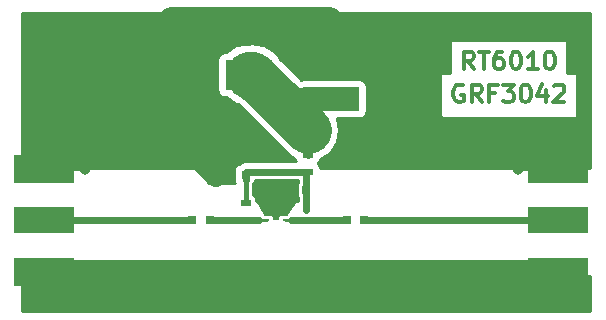
<source format=gbr>
G04 #@! TF.GenerationSoftware,KiCad,Pcbnew,5.0.2-bee76a0~70~ubuntu18.04.1*
G04 #@! TF.CreationDate,2020-04-16T21:46:49+02:00*
G04 #@! TF.ProjectId,lo_amp,6c6f5f61-6d70-42e6-9b69-6361645f7063,rev?*
G04 #@! TF.SameCoordinates,PX60e4b00PY7f2c270*
G04 #@! TF.FileFunction,Copper,L1,Top*
G04 #@! TF.FilePolarity,Positive*
%FSLAX46Y46*%
G04 Gerber Fmt 4.6, Leading zero omitted, Abs format (unit mm)*
G04 Created by KiCad (PCBNEW 5.0.2-bee76a0~70~ubuntu18.04.1) date tor 16 apr 2020 21:46:49*
%MOMM*%
%LPD*%
G01*
G04 APERTURE LIST*
G04 #@! TA.AperFunction,NonConductor*
%ADD10C,0.300000*%
G04 #@! TD*
G04 #@! TA.AperFunction,SMDPad,CuDef*
%ADD11R,0.800000X0.750000*%
G04 #@! TD*
G04 #@! TA.AperFunction,SMDPad,CuDef*
%ADD12R,4.000000X2.500000*%
G04 #@! TD*
G04 #@! TA.AperFunction,Conductor*
%ADD13R,0.890000X0.460000*%
G04 #@! TD*
G04 #@! TA.AperFunction,ViaPad*
%ADD14C,0.970000*%
G04 #@! TD*
G04 #@! TA.AperFunction,SMDPad,CuDef*
%ADD15R,5.080000X2.420000*%
G04 #@! TD*
G04 #@! TA.AperFunction,SMDPad,CuDef*
%ADD16R,5.080000X2.290000*%
G04 #@! TD*
G04 #@! TA.AperFunction,ComponentPad*
%ADD17O,2.600000X2.000000*%
G04 #@! TD*
G04 #@! TA.AperFunction,ComponentPad*
%ADD18R,2.600000X2.000000*%
G04 #@! TD*
G04 #@! TA.AperFunction,SMDPad,CuDef*
%ADD19R,0.600000X0.400000*%
G04 #@! TD*
G04 #@! TA.AperFunction,SMDPad,CuDef*
%ADD20R,0.900000X0.500000*%
G04 #@! TD*
G04 #@! TA.AperFunction,SMDPad,CuDef*
%ADD21R,0.600000X1.100000*%
G04 #@! TD*
G04 #@! TA.AperFunction,SMDPad,CuDef*
%ADD22R,0.400000X0.200000*%
G04 #@! TD*
G04 #@! TA.AperFunction,ViaPad*
%ADD23C,0.800000*%
G04 #@! TD*
G04 #@! TA.AperFunction,Conductor*
%ADD24C,0.600000*%
G04 #@! TD*
G04 #@! TA.AperFunction,Conductor*
%ADD25C,0.250000*%
G04 #@! TD*
G04 #@! TA.AperFunction,Conductor*
%ADD26C,4.000000*%
G04 #@! TD*
G04 #@! TA.AperFunction,Conductor*
%ADD27C,2.000000*%
G04 #@! TD*
G04 #@! TA.AperFunction,Conductor*
%ADD28C,0.400000*%
G04 #@! TD*
G04 #@! TA.AperFunction,Conductor*
%ADD29C,0.254000*%
G04 #@! TD*
G04 APERTURE END LIST*
D10*
X38052857Y19800000D02*
X37910000Y19871429D01*
X37695714Y19871429D01*
X37481428Y19800000D01*
X37338571Y19657143D01*
X37267142Y19514286D01*
X37195714Y19228572D01*
X37195714Y19014286D01*
X37267142Y18728572D01*
X37338571Y18585715D01*
X37481428Y18442858D01*
X37695714Y18371429D01*
X37838571Y18371429D01*
X38052857Y18442858D01*
X38124285Y18514286D01*
X38124285Y19014286D01*
X37838571Y19014286D01*
X39624285Y18371429D02*
X39124285Y19085715D01*
X38767142Y18371429D02*
X38767142Y19871429D01*
X39338571Y19871429D01*
X39481428Y19800000D01*
X39552857Y19728572D01*
X39624285Y19585715D01*
X39624285Y19371429D01*
X39552857Y19228572D01*
X39481428Y19157143D01*
X39338571Y19085715D01*
X38767142Y19085715D01*
X40767142Y19157143D02*
X40267142Y19157143D01*
X40267142Y18371429D02*
X40267142Y19871429D01*
X40981428Y19871429D01*
X41410000Y19871429D02*
X42338571Y19871429D01*
X41838571Y19300000D01*
X42052857Y19300000D01*
X42195714Y19228572D01*
X42267142Y19157143D01*
X42338571Y19014286D01*
X42338571Y18657143D01*
X42267142Y18514286D01*
X42195714Y18442858D01*
X42052857Y18371429D01*
X41624285Y18371429D01*
X41481428Y18442858D01*
X41410000Y18514286D01*
X43267142Y19871429D02*
X43410000Y19871429D01*
X43552857Y19800000D01*
X43624285Y19728572D01*
X43695714Y19585715D01*
X43767142Y19300000D01*
X43767142Y18942858D01*
X43695714Y18657143D01*
X43624285Y18514286D01*
X43552857Y18442858D01*
X43410000Y18371429D01*
X43267142Y18371429D01*
X43124285Y18442858D01*
X43052857Y18514286D01*
X42981428Y18657143D01*
X42910000Y18942858D01*
X42910000Y19300000D01*
X42981428Y19585715D01*
X43052857Y19728572D01*
X43124285Y19800000D01*
X43267142Y19871429D01*
X45052857Y19371429D02*
X45052857Y18371429D01*
X44695714Y19942858D02*
X44338571Y18871429D01*
X45267142Y18871429D01*
X45767142Y19728572D02*
X45838571Y19800000D01*
X45981428Y19871429D01*
X46338571Y19871429D01*
X46481428Y19800000D01*
X46552857Y19728572D01*
X46624285Y19585715D01*
X46624285Y19442858D01*
X46552857Y19228572D01*
X45695714Y18371429D01*
X46624285Y18371429D01*
X38945714Y21165429D02*
X38445714Y21879715D01*
X38088571Y21165429D02*
X38088571Y22665429D01*
X38660000Y22665429D01*
X38802857Y22594000D01*
X38874285Y22522572D01*
X38945714Y22379715D01*
X38945714Y22165429D01*
X38874285Y22022572D01*
X38802857Y21951143D01*
X38660000Y21879715D01*
X38088571Y21879715D01*
X39374285Y22665429D02*
X40231428Y22665429D01*
X39802857Y21165429D02*
X39802857Y22665429D01*
X41374285Y22665429D02*
X41088571Y22665429D01*
X40945714Y22594000D01*
X40874285Y22522572D01*
X40731428Y22308286D01*
X40660000Y22022572D01*
X40660000Y21451143D01*
X40731428Y21308286D01*
X40802857Y21236858D01*
X40945714Y21165429D01*
X41231428Y21165429D01*
X41374285Y21236858D01*
X41445714Y21308286D01*
X41517142Y21451143D01*
X41517142Y21808286D01*
X41445714Y21951143D01*
X41374285Y22022572D01*
X41231428Y22094000D01*
X40945714Y22094000D01*
X40802857Y22022572D01*
X40731428Y21951143D01*
X40660000Y21808286D01*
X42445714Y22665429D02*
X42588571Y22665429D01*
X42731428Y22594000D01*
X42802857Y22522572D01*
X42874285Y22379715D01*
X42945714Y22094000D01*
X42945714Y21736858D01*
X42874285Y21451143D01*
X42802857Y21308286D01*
X42731428Y21236858D01*
X42588571Y21165429D01*
X42445714Y21165429D01*
X42302857Y21236858D01*
X42231428Y21308286D01*
X42160000Y21451143D01*
X42088571Y21736858D01*
X42088571Y22094000D01*
X42160000Y22379715D01*
X42231428Y22522572D01*
X42302857Y22594000D01*
X42445714Y22665429D01*
X44374285Y21165429D02*
X43517142Y21165429D01*
X43945714Y21165429D02*
X43945714Y22665429D01*
X43802857Y22451143D01*
X43660000Y22308286D01*
X43517142Y22236858D01*
X45302857Y22665429D02*
X45445714Y22665429D01*
X45588571Y22594000D01*
X45660000Y22522572D01*
X45731428Y22379715D01*
X45802857Y22094000D01*
X45802857Y21736858D01*
X45731428Y21451143D01*
X45660000Y21308286D01*
X45588571Y21236858D01*
X45445714Y21165429D01*
X45302857Y21165429D01*
X45160000Y21236858D01*
X45088571Y21308286D01*
X45017142Y21451143D01*
X44945714Y21736858D01*
X44945714Y22094000D01*
X45017142Y22379715D01*
X45088571Y22522572D01*
X45160000Y22594000D01*
X45302857Y22665429D01*
D11*
G04 #@! TO.P,C1,1*
G04 #@! TO.N,Net-(C1-Pad1)*
X16613000Y8382000D03*
G04 #@! TO.P,C1,2*
G04 #@! TO.N,Net-(C1-Pad2)*
X15113000Y8382000D03*
G04 #@! TD*
D12*
G04 #@! TO.P,C2,2*
G04 #@! TO.N,Net-(C2-Pad2)*
X19875000Y20701000D03*
G04 #@! TO.P,C2,1*
G04 #@! TO.N,GND*
X11875000Y20701000D03*
G04 #@! TD*
D11*
G04 #@! TO.P,C3,1*
G04 #@! TO.N,GND*
X23265000Y10922000D03*
G04 #@! TO.P,C3,2*
G04 #@! TO.N,Net-(C3-Pad2)*
X24765000Y10922000D03*
G04 #@! TD*
G04 #@! TO.P,C4,2*
G04 #@! TO.N,Net-(C4-Pad2)*
X28194000Y8382000D03*
G04 #@! TO.P,C4,1*
G04 #@! TO.N,Net-(C4-Pad1)*
X29694000Y8382000D03*
G04 #@! TD*
D13*
G04 #@! TO.N,GND*
G04 #@! TO.C,J1*
X5588000Y4002000D03*
X5588000Y12762000D03*
D14*
X6038000Y4002000D03*
X6038000Y12762000D03*
D15*
G04 #@! TD*
G04 #@! TO.P,J1,2*
G04 #@! TO.N,GND*
X2598000Y4002000D03*
G04 #@! TO.P,J1,2*
G04 #@! TO.N,GND*
X2598000Y12762000D03*
D16*
G04 #@! TO.P,J1,1*
G04 #@! TO.N,Net-(C1-Pad2)*
X2598000Y8382000D03*
G04 #@! TD*
D17*
G04 #@! TO.P,J2,2*
G04 #@! TO.N,GND*
X27940000Y21209000D03*
D18*
G04 #@! TO.P,J2,1*
G04 #@! TO.N,Net-(C2-Pad2)*
X27940000Y18669000D03*
G04 #@! TD*
D19*
G04 #@! TO.P,L1,2*
G04 #@! TO.N,Net-(C4-Pad2)*
X24765000Y8382000D03*
G04 #@! TO.P,L1,1*
G04 #@! TO.N,Net-(C3-Pad2)*
X24765000Y9282000D03*
G04 #@! TD*
D20*
G04 #@! TO.P,R1,1*
G04 #@! TO.N,Net-(C3-Pad2)*
X19685000Y9882000D03*
G04 #@! TO.P,R1,2*
G04 #@! TO.N,Net-(C1-Pad1)*
X19685000Y8382000D03*
G04 #@! TD*
G04 #@! TO.P,R2,2*
G04 #@! TO.N,Net-(C3-Pad2)*
X24892000Y12446000D03*
G04 #@! TO.P,R2,1*
G04 #@! TO.N,Net-(C2-Pad2)*
X24892000Y13946000D03*
G04 #@! TD*
D13*
G04 #@! TO.N,GND*
G04 #@! TO.C,J3*
X43111000Y12762000D03*
X43111000Y4002000D03*
D14*
X42661000Y12762000D03*
X42661000Y4002000D03*
D15*
G04 #@! TD*
G04 #@! TO.P,J3,2*
G04 #@! TO.N,GND*
X46101000Y12762000D03*
G04 #@! TO.P,J3,2*
G04 #@! TO.N,GND*
X46101000Y4002000D03*
D16*
G04 #@! TO.P,J3,1*
G04 #@! TO.N,Net-(C4-Pad1)*
X46101000Y8382000D03*
G04 #@! TD*
D21*
G04 #@! TO.P,U1,7*
G04 #@! TO.N,GND*
X22225000Y8890000D03*
D22*
G04 #@! TO.P,U1,6*
X22975000Y9390000D03*
G04 #@! TO.P,U1,5*
X22975000Y8890000D03*
G04 #@! TO.P,U1,4*
G04 #@! TO.N,Net-(C4-Pad2)*
X22975000Y8390000D03*
G04 #@! TO.P,U1,3*
G04 #@! TO.N,Net-(C1-Pad1)*
X21475000Y8390000D03*
G04 #@! TO.P,U1,2*
G04 #@! TO.N,GND*
X21475000Y8890000D03*
G04 #@! TO.P,U1,1*
X21475000Y9390000D03*
G04 #@! TD*
D11*
G04 #@! TO.P,C5,1*
G04 #@! TO.N,Net-(C3-Pad2)*
X19685000Y12192000D03*
G04 #@! TO.P,C5,2*
G04 #@! TO.N,GND*
X18185000Y12192000D03*
G04 #@! TD*
D23*
G04 #@! TO.N,GND*
X11875000Y20701000D03*
X22225000Y8890000D03*
X18185000Y12192000D03*
X23265000Y10922000D03*
G04 #@! TD*
D24*
G04 #@! TO.N,Net-(C1-Pad1)*
X19685000Y8382000D02*
X20782998Y8382000D01*
D25*
X21320000Y8382000D02*
X20782998Y8382000D01*
X21328000Y8390000D02*
X21320000Y8382000D01*
X21475000Y8390000D02*
X21328000Y8390000D01*
D24*
X19685000Y8382000D02*
X16613000Y8382000D01*
G04 #@! TO.N,Net-(C1-Pad2)*
X14113000Y8382000D02*
X2598000Y8382000D01*
X15113000Y8382000D02*
X14113000Y8382000D01*
D26*
G04 #@! TO.N,Net-(C2-Pad2)*
X19875000Y20701000D02*
X20193000Y20701000D01*
D24*
X24892000Y13946000D02*
X24892000Y16002000D01*
D27*
X24005000Y18034000D02*
X22860000Y18034000D01*
X27940000Y18669000D02*
X24640000Y18669000D01*
D26*
X20193000Y20701000D02*
X22860000Y18034000D01*
D27*
X24640000Y18669000D02*
X24005000Y18034000D01*
D26*
X22860000Y18034000D02*
X24892000Y16002000D01*
D25*
G04 #@! TO.N,GND*
X22975000Y8890000D02*
X22975000Y9390000D01*
X21475000Y8890000D02*
X21475000Y9390000D01*
X21475000Y9390000D02*
X21725000Y9390000D01*
X21475000Y8890000D02*
X22225000Y8890000D01*
X22975000Y8890000D02*
X22225000Y8890000D01*
X22975000Y9390000D02*
X21725000Y9390000D01*
D24*
X22265000Y10922000D02*
X23265000Y10922000D01*
X22225000Y10882000D02*
X22265000Y10922000D01*
X22225000Y8890000D02*
X22225000Y10882000D01*
D27*
X13324000Y25400000D02*
X11875000Y23951000D01*
X26749000Y25400000D02*
X13324000Y25400000D01*
X11875000Y23951000D02*
X11875000Y20701000D01*
X27940000Y24209000D02*
X26749000Y25400000D01*
X27940000Y21209000D02*
X27940000Y24209000D01*
X41561000Y4002000D02*
X2598000Y4002000D01*
X46101000Y4002000D02*
X41561000Y4002000D01*
X3936000Y12762000D02*
X11875000Y20701000D01*
X2598000Y12762000D02*
X3936000Y12762000D01*
X11875000Y17451000D02*
X17134000Y12192000D01*
X11875000Y20701000D02*
X11875000Y17451000D01*
D28*
X17134000Y12192000D02*
X18185000Y12192000D01*
X6038000Y4002000D02*
X8770000Y1270000D01*
X39929000Y1270000D02*
X42661000Y4002000D01*
X8770000Y1270000D02*
X39929000Y1270000D01*
D27*
X46101000Y12762000D02*
X46101000Y13589000D01*
X46101000Y13589000D02*
X44450000Y15240000D01*
X44450000Y15240000D02*
X36830000Y15240000D01*
X36830000Y15240000D02*
X33020000Y19050000D01*
X33020000Y19050000D02*
X33020000Y20320000D01*
X32131000Y21209000D02*
X27940000Y21209000D01*
X33020000Y20320000D02*
X32131000Y21209000D01*
D28*
G04 #@! TO.N,Net-(C3-Pad2)*
X19685000Y9882000D02*
X19685000Y10532000D01*
X19685000Y10532000D02*
X19685000Y11811000D01*
D24*
X19685000Y11811000D02*
X19685000Y12446000D01*
X19685000Y12446000D02*
X24892000Y12446000D01*
X24765000Y9282000D02*
X24765000Y10922000D01*
X24765000Y12319000D02*
X24892000Y12446000D01*
X24765000Y10922000D02*
X24765000Y12319000D01*
G04 #@! TO.N,Net-(C4-Pad2)*
X24765000Y8382000D02*
X23865000Y8382000D01*
X23865000Y8382000D02*
X23495000Y8382000D01*
X24765000Y8382000D02*
X28194000Y8382000D01*
D25*
X23487000Y8390000D02*
X23495000Y8382000D01*
X22975000Y8390000D02*
X23487000Y8390000D01*
D24*
G04 #@! TO.N,Net-(C4-Pad1)*
X30694000Y8382000D02*
X46101000Y8382000D01*
X29694000Y8382000D02*
X30694000Y8382000D01*
G04 #@! TD*
D29*
G04 #@! TO.N,GND*
G36*
X48820000Y12827000D02*
X25963383Y12827000D01*
X25940157Y12943765D01*
X25799809Y13153809D01*
X25736666Y13196000D01*
X25799809Y13238191D01*
X25940157Y13448235D01*
X25959664Y13546304D01*
X26791728Y14102272D01*
X27374115Y14973875D01*
X27578622Y16002000D01*
X27375819Y17021560D01*
X29240000Y17021560D01*
X29487765Y17070843D01*
X29697809Y17211191D01*
X29838157Y17421235D01*
X29887440Y17669000D01*
X29887440Y19669000D01*
X29838157Y19916765D01*
X29697809Y20126809D01*
X29487765Y20267157D01*
X29240000Y20316440D01*
X26640000Y20316440D01*
X26577459Y20304000D01*
X24801031Y20304000D01*
X24640000Y20336031D01*
X24478969Y20304000D01*
X24343416Y20277037D01*
X23780453Y20840000D01*
X36125000Y20840000D01*
X36125000Y17020000D01*
X47695000Y17020000D01*
X47695000Y20840000D01*
X46873572Y20840000D01*
X46873572Y23634000D01*
X36946429Y23634000D01*
X36946429Y20840000D01*
X36125000Y20840000D01*
X23780453Y20840000D01*
X22485937Y22134515D01*
X22473157Y22198765D01*
X22332809Y22408809D01*
X22130756Y22543818D01*
X22092729Y22600729D01*
X21221126Y23183115D01*
X20452521Y23336000D01*
X20193000Y23387622D01*
X19933479Y23336000D01*
X19615479Y23336000D01*
X18846874Y23183115D01*
X17975271Y22600729D01*
X17973742Y22598440D01*
X17875000Y22598440D01*
X17627235Y22549157D01*
X17417191Y22408809D01*
X17276843Y22198765D01*
X17227560Y21951000D01*
X17227560Y20897981D01*
X17188378Y20701000D01*
X17227560Y20504019D01*
X17227560Y19451000D01*
X17276843Y19203235D01*
X17417191Y18993191D01*
X17627235Y18852843D01*
X17875000Y18803560D01*
X17973742Y18803560D01*
X17975271Y18801271D01*
X18846874Y18218885D01*
X18973937Y18193611D01*
X21180282Y15987265D01*
X21180285Y15987263D01*
X23212282Y13955265D01*
X23824336Y13546303D01*
X23843843Y13448235D01*
X23888768Y13381000D01*
X19777086Y13381000D01*
X19685000Y13399317D01*
X19592914Y13381000D01*
X19320181Y13326750D01*
X19095763Y13176799D01*
X19037235Y13165157D01*
X18827191Y13024809D01*
X18686843Y12814765D01*
X18637560Y12567000D01*
X18637560Y11817000D01*
X18686843Y11569235D01*
X18695018Y11557000D01*
X16562606Y11557000D01*
X15329803Y12789803D01*
X15288601Y12817333D01*
X15240000Y12827000D01*
X710000Y12827000D01*
X710000Y25960000D01*
X48820001Y25960000D01*
X48820000Y12827000D01*
X48820000Y12827000D01*
G37*
X48820000Y12827000D02*
X25963383Y12827000D01*
X25940157Y12943765D01*
X25799809Y13153809D01*
X25736666Y13196000D01*
X25799809Y13238191D01*
X25940157Y13448235D01*
X25959664Y13546304D01*
X26791728Y14102272D01*
X27374115Y14973875D01*
X27578622Y16002000D01*
X27375819Y17021560D01*
X29240000Y17021560D01*
X29487765Y17070843D01*
X29697809Y17211191D01*
X29838157Y17421235D01*
X29887440Y17669000D01*
X29887440Y19669000D01*
X29838157Y19916765D01*
X29697809Y20126809D01*
X29487765Y20267157D01*
X29240000Y20316440D01*
X26640000Y20316440D01*
X26577459Y20304000D01*
X24801031Y20304000D01*
X24640000Y20336031D01*
X24478969Y20304000D01*
X24343416Y20277037D01*
X23780453Y20840000D01*
X36125000Y20840000D01*
X36125000Y17020000D01*
X47695000Y17020000D01*
X47695000Y20840000D01*
X46873572Y20840000D01*
X46873572Y23634000D01*
X36946429Y23634000D01*
X36946429Y20840000D01*
X36125000Y20840000D01*
X23780453Y20840000D01*
X22485937Y22134515D01*
X22473157Y22198765D01*
X22332809Y22408809D01*
X22130756Y22543818D01*
X22092729Y22600729D01*
X21221126Y23183115D01*
X20452521Y23336000D01*
X20193000Y23387622D01*
X19933479Y23336000D01*
X19615479Y23336000D01*
X18846874Y23183115D01*
X17975271Y22600729D01*
X17973742Y22598440D01*
X17875000Y22598440D01*
X17627235Y22549157D01*
X17417191Y22408809D01*
X17276843Y22198765D01*
X17227560Y21951000D01*
X17227560Y20897981D01*
X17188378Y20701000D01*
X17227560Y20504019D01*
X17227560Y19451000D01*
X17276843Y19203235D01*
X17417191Y18993191D01*
X17627235Y18852843D01*
X17875000Y18803560D01*
X17973742Y18803560D01*
X17975271Y18801271D01*
X18846874Y18218885D01*
X18973937Y18193611D01*
X21180282Y15987265D01*
X21180285Y15987263D01*
X23212282Y13955265D01*
X23824336Y13546303D01*
X23843843Y13448235D01*
X23888768Y13381000D01*
X19777086Y13381000D01*
X19685000Y13399317D01*
X19592914Y13381000D01*
X19320181Y13326750D01*
X19095763Y13176799D01*
X19037235Y13165157D01*
X18827191Y13024809D01*
X18686843Y12814765D01*
X18637560Y12567000D01*
X18637560Y11817000D01*
X18686843Y11569235D01*
X18695018Y11557000D01*
X16562606Y11557000D01*
X15329803Y12789803D01*
X15288601Y12817333D01*
X15240000Y12827000D01*
X710000Y12827000D01*
X710000Y25960000D01*
X48820001Y25960000D01*
X48820000Y12827000D01*
G36*
X48820000Y710000D02*
X710000Y710000D01*
X710000Y3683000D01*
X48820000Y3683000D01*
X48820000Y710000D01*
X48820000Y710000D01*
G37*
X48820000Y710000D02*
X710000Y710000D01*
X710000Y3683000D01*
X48820000Y3683000D01*
X48820000Y710000D01*
G36*
X24084000Y11562237D02*
X24006106Y11445659D01*
X23976536Y11297000D01*
X23976536Y10547000D01*
X24006106Y10398341D01*
X24084001Y10281763D01*
X24084001Y10033000D01*
X23876000Y10033000D01*
X23827399Y10023333D01*
X23786197Y9995803D01*
X23770330Y9976447D01*
X23059304Y8909908D01*
X23038489Y8896000D01*
X22925165Y8896000D01*
X22895001Y8890000D01*
X21554999Y8890000D01*
X21524835Y8896000D01*
X21377835Y8896000D01*
X21328000Y8905913D01*
X21280172Y8896399D01*
X20685018Y9967677D01*
X20652965Y10005467D01*
X20608890Y10028114D01*
X20574000Y10033000D01*
X20523464Y10033000D01*
X20523464Y10132000D01*
X20493894Y10280659D01*
X20409686Y10406686D01*
X20283659Y10490894D01*
X20266000Y10494407D01*
X20266000Y11454762D01*
X20296121Y11499842D01*
X20359686Y11542314D01*
X20443894Y11668341D01*
X20463121Y11765000D01*
X24084001Y11765000D01*
X24084000Y11562237D01*
X24084000Y11562237D01*
G37*
X24084000Y11562237D02*
X24006106Y11445659D01*
X23976536Y11297000D01*
X23976536Y10547000D01*
X24006106Y10398341D01*
X24084001Y10281763D01*
X24084001Y10033000D01*
X23876000Y10033000D01*
X23827399Y10023333D01*
X23786197Y9995803D01*
X23770330Y9976447D01*
X23059304Y8909908D01*
X23038489Y8896000D01*
X22925165Y8896000D01*
X22895001Y8890000D01*
X21554999Y8890000D01*
X21524835Y8896000D01*
X21377835Y8896000D01*
X21328000Y8905913D01*
X21280172Y8896399D01*
X20685018Y9967677D01*
X20652965Y10005467D01*
X20608890Y10028114D01*
X20574000Y10033000D01*
X20523464Y10033000D01*
X20523464Y10132000D01*
X20493894Y10280659D01*
X20409686Y10406686D01*
X20283659Y10490894D01*
X20266000Y10494407D01*
X20266000Y11454762D01*
X20296121Y11499842D01*
X20359686Y11542314D01*
X20443894Y11668341D01*
X20463121Y11765000D01*
X24084001Y11765000D01*
X24084000Y11562237D01*
G04 #@! TD*
M02*

</source>
